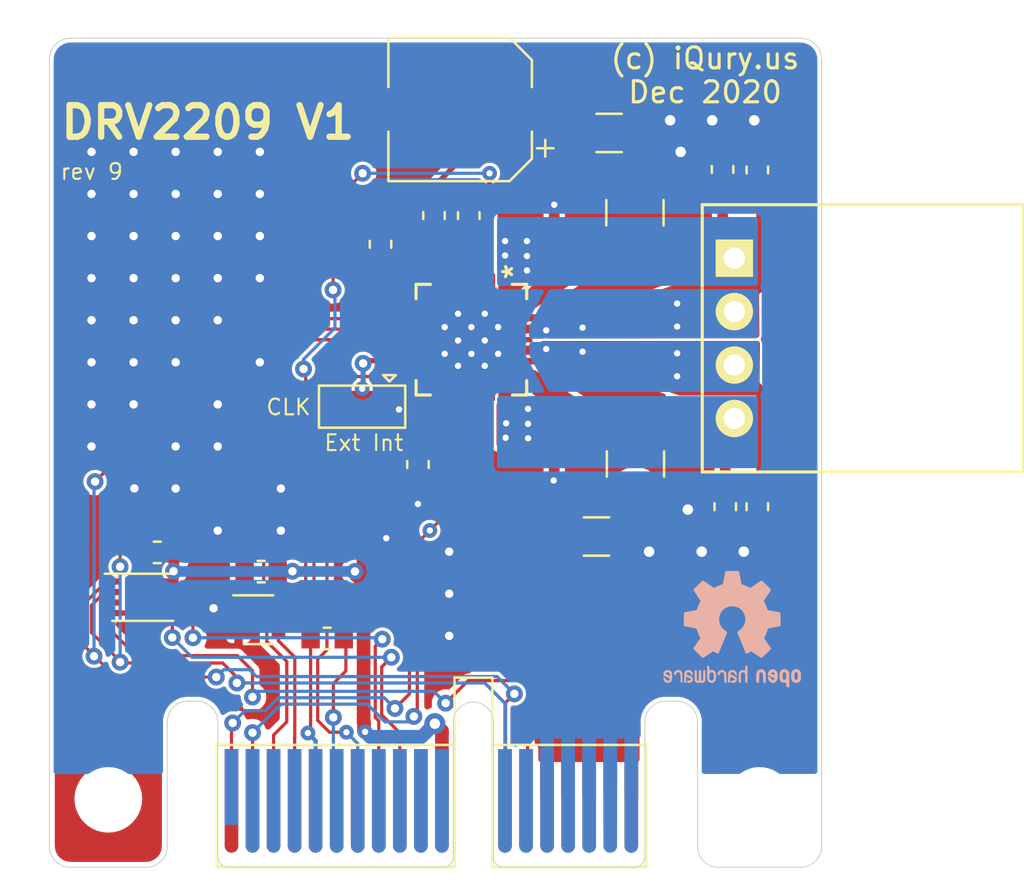
<source format=kicad_pcb>
(kicad_pcb (version 20210108) (generator pcbnew)
  (layers (0 "F.Cu" signal) (31 "B.Cu" signal) (34 "B.Paste" user) (35 "F.Paste" user) (36 "B.SilkS" user "B.Silkscreen") (37 "F.SilkS" user "F.Silkscreen") (38 "B.Mask" user) (39 "F.Mask" user) (44 "Edge.Cuts" user))
  (net 0 "")
  (net 1 "/V_MOTORS")
  (net 2 "GND")
  (net 3 "Net-(C4-Pad2)")
  (net 4 "/MOTA1")
  (net 5 "/MOTA2")
  (net 6 "/MOTB1")
  (net 7 "/MOTB2")
  (net 8 "/~ENABLE")
  (net 9 "/DIR")
  (net 10 "/STEP")
  (net 11 "Net-(R3-Pad2)")
  (net 12 "/ALARM1")
  (net 13 "Net-(C2-Pad2)")
  (net 14 "Net-(C3-Pad1)")
  (net 15 "Net-(C3-Pad2)")
  (net 16 "/ID_1")
  (net 17 "/TX")
  (net 18 "/RX")
  (net 19 "/ID_0")
  (net 20 "Net-(R2-Pad2)")
  (net 21 "VCC")
  (net 22 "/DIAG")
  (net 23 "/ID_2")
  (net 24 "/SDA")
  (net 25 "/SCL")
  (net 26 "/CLOCK")
  (net 27 "Net-(JP1-Pad2)")
  (footprint "PrntrBoardV2:C_0603_1608Metric" (layer "F.Cu") (at 126.514598 94.86 -90)
    (fp_text reference "C1" hide)
    (fp_text value "0.1uF")
  )
  (footprint "PrntrBoardV2:C_0603_1608Metric" (layer "F.Cu") (at 124.736598 84.390898 -90)
    (fp_text reference "C2" hide)
    (fp_text value "2.2uF")
  )
  (footprint "PrntrBoardV2:C_0603_1608Metric" (layer "F.Cu") (at 128.93 83.03 -90)
    (fp_text reference "C3" hide)
    (fp_text value "0.022uF 50V")
  )
  (footprint "PrntrBoardV2:C_0603_1608Metric" (layer "F.Cu") (at 127.276598 83.0255 -90)
    (fp_text reference "C4" hide)
    (fp_text value "0.1uF")
  )
  (footprint "PrntrBoardV2:C_0402_1005Metric" (layer "F.Cu") (at 132.991598 93.583398 -90)
    (fp_text reference "C5" hide)
    (fp_text value "0.1uF 50V")
  )
  (footprint "PrntrBoardV2:C_0402_1005Metric" (layer "F.Cu") (at 132.991598 84.185398 90)
    (fp_text reference "C6" hide)
    (fp_text value "0.1uF 50V")
  )
  (footprint "PrntrBoardV2:C_1206_3216Metric" (layer "F.Cu") (at 135.6 79.1)
    (fp_text reference "C7" hide)
    (fp_text value "10uF 50V")
  )
  (footprint "PrntrBoardV2:C_1206_3216Metric" (layer "F.Cu") (at 135 98.28)
    (fp_text reference "C8" hide)
    (fp_text value "10uF 50V")
  )
  (footprint "MountingHole:MountingHole_2.7mm_M2.5" (layer "F.Cu") (at 111.8 110.744)
    (fp_text reference "H1" hide)
    (fp_text value "MountingHole")
  )
  (footprint "MountingHole:MountingHole_2.7mm_M2.5" (layer "F.Cu") (at 142.75 110.744)
    (fp_text reference "H2" hide)
    (fp_text value "MountingHole")
  )
  (footprint "Connector_PCBEdge:BUS_PCIexpress" (layer "F.Cu") (at 117.6528 110.1852)
    (fp_text reference "J1" hide)
    (fp_text value "PCIe_Stepper")
  )
  (footprint "PrntrBoardV2:Molex-SL-4POS" (layer "F.Cu") (at 141.551398 88.861398 90)
    (fp_text reference "J2" hide)
    (fp_text value "Conn_01x04_Male" hide)
  )
  (footprint "PrntrBoardV2:R_0603_1608Metric" (layer "F.Cu") (at 122.1995 103.124)
    (fp_text reference "R1" hide)
    (fp_text value "470")
  )
  (footprint "PrntrBoardV2:TMC22xx_QFN" (layer "F.Cu") (at 129.054598 88.924898 -90)
    (fp_text reference "U1" hide)
    (fp_text value "TMC2209-LA" hide)
  )
  (footprint "PrntrBoardV2:C_0603_1608Metric" (layer "F.Cu") (at 142.643598 96.862398 90)
    (fp_text reference "C9" hide)
    (fp_text value "1000pF")
  )
  (footprint "PrntrBoardV2:C_0603_1608Metric" (layer "F.Cu") (at 141.119598 96.862398 90)
    (fp_text reference "C10" hide)
    (fp_text value "1000pF")
  )
  (footprint "PrntrBoardV2:C_0603_1608Metric" (layer "F.Cu") (at 142.643598 80.860398 -90)
    (fp_text reference "C11" hide)
    (fp_text value "1000pF")
  )
  (footprint "Resistor_SMD:R_1210_3225Metric" (layer "F.Cu") (at 136.852398 94.833398 90)
    (fp_text reference "R2" hide)
    (fp_text value "0R091")
  )
  (footprint "Resistor_SMD:R_1210_3225Metric" (layer "F.Cu") (at 136.826998 82.892398 -90)
    (fp_text reference "R3" hide)
    (fp_text value "0R091")
  )
  (footprint "PrntrBoardV2:C_0603_1608Metric" (layer "F.Cu") (at 140.992598 80.834898 -90)
    (fp_text reference "C12" hide)
    (fp_text value "1000pF")
  )
  (footprint "Package_TO_SOT_SMD:SOT-353_SC-70-5" (layer "F.Cu") (at 118.9355 102.235)
    (fp_text reference "U2" hide)
    (fp_text value "74LVC1G06")
  )
  (footprint "PrntrBoardV2:C_0603_1608Metric" (layer "F.Cu") (at 119.0625 99.949 180)
    (fp_text reference "C13" hide)
    (fp_text value "0.1uF")
  )
  (footprint "PrntrBoardV2:C_0603_1608Metric" (layer "F.Cu") (at 114.1222 99.0346 180)
    (fp_text reference "C14" hide)
    (fp_text value "0.1uF")
  )
  (footprint "Capacitor_SMD:CP_Elec_6.3x7.7" (layer "F.Cu") (at 128.52 77.98 180)
    (fp_text reference "C15" hide)
    (fp_text value "100uV 35V")
  )
  (footprint "Jumper:SolderJumper-3_P1.3mm_Bridged12_Pad1.0x1.5mm" (layer "F.Cu") (at 123.86 92.11 180)
    (fp_text reference "JP1" hide)
    (fp_text value "ClkIn")
  )
  (footprint "PrntrBoardV2:TDFN-8-1EP_3x2mm_P0.5mm_EP1.56x1.45mm" (layer "F.Cu") (at 113.4364 101.1682)
    (fp_text reference "U3" hide)
    (fp_text value "24LC02")
  )
  (footprint "Symbol:OSHW-Logo2_7.3x6mm_SilkScreen" (layer "B.Cu") (at 141.45 102.68 180)
    (fp_text reference "LOGO1" hide)
    (fp_text value "Logo_Open_Hardware_Large" hide)
  )
  (gr_line (start 130.1 107.1) (end 130.1 113.5) (layer "Edge.Cuts") (width 0.05))
  (gr_line (start 138.3 106.1) (end 138.8 106.1) (layer "Edge.Cuts") (width 0.05))
  (gr_arc (start 127.7 113.5) (end 127.7 113.999999) (angle -90) (layer "Edge.Cuts") (width 0.05))
  (gr_arc (start 110 75.6) (end 110 74.6) (angle -90) (layer "Edge.Cuts") (width 0.05))
  (gr_line (start 130.6 114) (end 136.8 114) (layer "Edge.Cuts") (width 0.05))
  (gr_line (start 128.2 113.5) (end 128.2 107.1) (layer "Edge.Cuts") (width 0.05))
  (gr_line (start 144.7 74.6) (end 110 74.6) (layer "Edge.Cuts") (width 0.05))
  (gr_line (start 140.8 114) (end 144.7 114) (layer "Edge.Cuts") (width 0.05))
  (gr_arc (start 144.7 113) (end 144.7 114) (angle -90) (layer "Edge.Cuts") (width 0.05))
  (gr_line (start 113.6 114) (end 110 114) (layer "Edge.Cuts") (width 0.05))
  (gr_line (start 139.8 113) (end 139.8 107.1) (layer "Edge.Cuts") (width 0.05))
  (gr_line (start 114.6 107.1) (end 114.6 113) (layer "Edge.Cuts") (width 0.05))
  (gr_arc (start 136.8 113.5) (end 136.8 114) (angle -90) (layer "Edge.Cuts") (width 0.05))
  (gr_arc (start 110 113) (end 109 113) (angle -90) (layer "Edge.Cuts") (width 0.05))
  (gr_arc (start 115.6 107.1) (end 114.6 107.1) (angle 90) (layer "Edge.Cuts") (width 0.05))
  (gr_arc (start 113.6 113) (end 113.6 114) (angle -90) (layer "Edge.Cuts") (width 0.05))
  (gr_arc (start 144.7 75.6) (end 145.7 75.6) (angle -90) (layer "Edge.Cuts") (width 0.05))
  (gr_arc (start 140.8 113) (end 139.8 113) (angle -90) (layer "Edge.Cuts") (width 0.05))
  (gr_line (start 137.3 113.5) (end 137.3 107.1) (layer "Edge.Cuts") (width 0.05))
  (gr_line (start 115.6 106.1) (end 116 106.1) (layer "Edge.Cuts") (width 0.05))
  (gr_line (start 109 113) (end 109 75.6) (layer "Edge.Cuts") (width 0.05))
  (gr_arc (start 117.5 113.5) (end 117 113.5) (angle -90) (layer "Edge.Cuts") (width 0.05))
  (gr_arc (start 138.8 107.1) (end 139.8 107.1) (angle -90) (layer "Edge.Cuts") (width 0.05))
  (gr_arc (start 138.3 107.1) (end 138.3 106.1) (angle -90) (layer "Edge.Cuts") (width 0.05))
  (gr_line (start 145.7 113) (end 145.7 75.6) (layer "Edge.Cuts") (width 0.05))
  (gr_arc (start 116 107.1) (end 117 107.1) (angle -90) (layer "Edge.Cuts") (width 0.05))
  (gr_arc (start 130.6 113.5) (end 130.1 113.5) (angle -90) (layer "Edge.Cuts") (width 0.05))
  (gr_line (start 117 107.1) (end 117 113.5) (layer "Edge.Cuts") (width 0.05))
  (gr_line (start 117.5 114) (end 127.7 114) (layer "Edge.Cuts") (width 0.05))
  (gr_arc (start 129.15 107.1) (end 130.099999 107.1) (angle -180) (layer "Edge.Cuts") (width 0.05))
  (gr_text "DRV2209 V1" (at 116.53 78.6) (layer "F.SilkS") (effects (font (size 1.5 1.5) (thickness 0.3))))
  (gr_text "rev 9" (at 111.01 80.94) (layer "F.SilkS") (effects (font (size 0.75 0.75) (thickness 0.1))))
  (gr_text "(c) iQury.us\nDec 2020" (at 140.16 76.36) (layer "F.SilkS") (effects (font (size 1 1))))
  (gr_text "CLK" (at 120.36 92.13) (layer "F.SilkS") (effects (font (size 0.75 0.75) (thickness 0.1))))
  (gr_text "Ext Int" (at 123.94 93.83) (layer "F.SilkS") (effects (font (size 0.75 0.75) (thickness 0.1))))
  (segment (start 131.62 80.39) (end 132.51 80.39) (width 0.25) (layer "F.Cu") (net 1))
  (segment (start 135.6614 107.7266) (end 135.6614 105.8926) (width 0.65) (layer "F.Cu") (net 1))
  (segment (start 132.991598 85.991198) (end 132.991598 84.670398) (width 0.25) (layer "F.Cu") (net 1))
  (segment (start 132.6642 107.7238) (end 132.6642 105.5624) (width 0.65) (layer "F.Cu") (net 1))
  (segment (start 136.6528 107.7352) (end 136.652 107.7344) (width 0.65) (layer "F.Cu") (net 1))
  (segment (start 134 77) (end 134 81) (width 2) (layer "F.Cu") (net 1))
  (segment (start 128.53 80.39) (end 131.62 80.39) (width 0.25) (layer "F.Cu") (net 1))
  (segment (start 131.554598 90.424898) (end 131.554598 90.497798) (width 0.25) (layer "F.Cu") (net 1))
  (segment (start 132.6528 107.7352) (end 132.6642 107.7238) (width 0.65) (layer "F.Cu") (net 1))
  (segment (start 135.6528 110.1852) (end 135.6528 107.7352) (width 0.65) (layer "F.Cu") (net 1))
  (segment (start 134.58 82.46) (end 134.58 84.399496) (width 0.25) (layer "F.Cu") (net 1))
  (segment (start 133.6528 107.7352) (end 133.6548 107.7332) (width 0.65) (layer "F.Cu") (net 1))
  (segment (start 136.652 107.7344) (end 136.652 105.664) (width 0.65) (layer "F.Cu") (net 1))
  (segment (start 127.276598 81.643402) (end 128.53 80.39) (width 0.25) (layer "F.Cu") (net 1))
  (segment (start 131.557898 87.424898) (end 132.991598 85.991198) (width 0.25) (layer "F.Cu") (net 1))
  (segment (start 131.554598 90.497798) (end 132.991598 91.934798) (width 0.25) (layer "F.Cu") (net 1))
  (segment (start 132.51 80.39) (end 134.58 82.46) (width 0.25) (layer "F.Cu") (net 1))
  (segment (start 133.6548 107.7332) (end 133.6548 105.5116) (width 0.65) (layer "F.Cu") (net 1))
  (segment (start 132.6528 110.6852) (end 132.6528 107.7352) (width 0.65) (layer "F.Cu") (net 1))
  (segment (start 133.753598 93.716076) (end 133.13592 93.098398) (width 0.25) (layer "F.Cu") (net 1))
  (segment (start 131.554598 87.424898) (end 134.58 84.399496) (width 0.25) (layer "F.Cu") (net 1))
  (segment (start 134.6528 110.6852) (end 134.6528 106.0122) (width 0.65) (layer "F.Cu") (net 1))
  (segment (start 136.6528 110.6852) (end 136.6528 107.7352) (width 0.65) (layer "F.Cu") (net 1))
  (segment (start 133.753598 93.716076) (end 133.753598 98.126402) (width 0.25) (layer "F.Cu") (net 1))
  (segment (start 133.6528 110.6852) (end 133.6528 107.7352) (width 0.65) (layer "F.Cu") (net 1))
  (segment (start 127.276598 81.977898) (end 127.276598 81.643402) (width 0.25) (layer "F.Cu") (net 1))
  (segment (start 135.6528 107.7352) (end 135.6614 107.7266) (width 0.65) (layer "F.Cu") (net 1))
  (segment (start 132.991598 91.934798) (end 132.991598 93.098398) (width 0.25) (layer "F.Cu") (net 1))
  (segment (start 112.6864 101.9182) (end 113.4364 101.1682) (width 0.254) (layer "F.Cu") (net 2))
  (segment (start 132.991598 94.068398) (end 132.991598 95.592398) (width 0.508) (layer "F.Cu") (net 2))
  (segment (start 137 79.1) (end 137.1 79) (width 2) (layer "F.Cu") (net 2))
  (segment (start 132.991598 83.700398) (end 132.991598 82.511398) (width 0.508) (layer "F.Cu") (net 2))
  (segment (start 138.153996 79.5) (end 142.5 79.5) (width 2) (layer "F.Cu") (net 2))
  (segment (start 136.826998 81.492398) (end 136.826998 80.826998) (width 2) (layer "F.Cu") (net 2))
  (segment (start 125.363598 91.992398) (end 125.613598 92.242398) (width 0.254) (layer "F.Cu") (net 2))
  (segment (start 136.68 98) (end 142 98) (width 2) (layer "F.Cu") (net 2))
  (segment (start 132.991598 95.592398) (end 132.966198 95.617798) (width 0.508) (layer "F.Cu") (net 2))
  (segment (start 131.401698 88.924898) (end 129.727698 88.924898) (width 0.254) (layer "F.Cu") (net 2))
  (segment (start 136.852398 96.233398) (end 136.852398 97.827602) (width 2) (layer "F.Cu") (net 2))
  (segment (start 126.514598 95.617898) (end 126.514598 96.735398) (width 0.508) (layer "F.Cu") (net 2))
  (segment (start 114.7964 100.9182) (end 113.6864 100.9182) (width 0.1524) (layer "F.Cu") (net 2))
  (segment (start 129.054598 91.424898) (end 129.054598 88.924898) (width 0.254) (layer "F.Cu") (net 2))
  (segment (start 112.0764 101.9182) (end 112.6864 101.9182) (width 0.254) (layer "F.Cu") (net 2))
  (segment (start 136.4 98.28) (end 136.852398 97.827602) (width 2) (layer "F.Cu") (net 2))
  (segment (start 129.554597 86.577798) (end 129.554597 88.424899) (width 0.254) (layer "F.Cu") (net 2))
  (segment (start 130.054599 91.271998) (end 130.054599 89.924899) (width 0.254) (layer "F.Cu") (net 2))
  (segment (start 136.826998 80.826998) (end 138.153996 79.5) (width 2) (layer "F.Cu") (net 2))
  (via (at 130.324598 88.327998) (size 0.7) (drill 0.3) (layers "F.Cu" "B.Cu") (net 2))
  (via (at 128.419598 90.169498) (size 0.7) (drill 0.3) (layers "F.Cu" "B.Cu") (net 2))
  (via (at 129.689598 90.169498) (size 0.7) (drill 0.3) (layers "F.Cu" "B.Cu") (net 2))
  (via (at 130.324598 89.597998) (size 0.7) (drill 0.3) (layers "F.Cu" "B.Cu") (net 2))
  (via (at 128.419598 88.962998) (size 0.7) (drill 0.3) (layers "F.Cu" "B.Cu") (net 2))
  (via (at 129.054598 88.327998) (size 0.7) (drill 0.3) (layers "F.Cu" "B.Cu") (net 2))
  (via (at 128.419598 87.692998) (size 0.7) (drill 0.3) (layers "F.Cu" "B.Cu") (net 2))
  (via (at 129.689598 87.692998) (size 0.7) (drill 0.3) (layers "F.Cu" "B.Cu") (net 2))
  (via (at 129.689598 88.962998) (size 0.7) (drill 0.3) (layers "F.Cu" "B.Cu") (net 2))
  (via (at 129.054598 89.597998) (size 0.7) (drill 0.3) (layers "F.Cu" "B.Cu") (net 2))
  (via (at 127.784598 89.597998) (size 0.7) (drill 0.3) (layers "F.Cu" "B.Cu") (net 2))
  (via (at 127.784598 88.327998) (size 0.7) (drill 0.3) (layers "F.Cu" "B.Cu") (net 2))
  (via (at 115 96) (size 0.8) (drill 0.4) (layers "F.Cu" "B.Cu") (net 2))
  (via (at 128 103) (size 0.8) (drill 0.4) (layers "F.Cu" "B.Cu") (net 2))
  (via (at 142 99) (size 1) (drill 0.5) (layers "F.Cu" "B.Cu") (net 2))
  (via (at 140.5 78.5) (size 1) (drill 0.5) (layers "F.Cu" "B.Cu") (net 2))
  (via (at 111 82) (size 0.8) (drill 0.4) (layers "F.Cu" "B.Cu") (net 2))
  (via (at 117 80) (size 0.8) (drill 0.4) (layers "F.Cu" "B.Cu") (net 2))
  (via (at 117 94) (size 0.8) (drill 0.4) (layers "F.Cu" "B.Cu") (net 2))
  (via (at 119 82) (size 0.8) (drill 0.4) (layers "F.Cu" "B.Cu") (net 2))
  (via (at 116.8 101.69) (size 0.8) (drill 0.4) (layers "F.Cu" "B.Cu") (net 2))
  (via (at 111 94) (size 0.8) (drill 0.4) (layers "F.Cu" "B.Cu") (net 2))
  (via (at 115 80) (size 0.8) (drill 0.4) (layers "F.Cu" "B.Cu") (net 2))
  (via (at 125.01 98.36) (size 0.7) (drill 0.3) (layers "F.Cu" "B.Cu") (net 2))
  (via (at 126.514598 96.735398) (size 0.7) (drill 0.3) (layers "F.Cu" "B.Cu") (net 2))
  (via (at 119 80) (size 0.8) (drill 0.4) (layers "F.Cu" "B.Cu") (net 2))
  (via (at 119 90) (size 0.8) (drill 0.4) (layers "F.Cu" "B.Cu") (net 2))
  (via (at 128 99) (size 0.8) (drill 0.4) (layers "F.Cu" "B.Cu") (net 2))
  (via (at 142.5 78.5) (size 1) (drill 0.5) (layers "F.Cu" "B.Cu") (net 2))
  (via (at 117 88) (size 0.8) (drill 0.4) (layers "F.Cu" "B.Cu") (net 2))
  (via (at 115 86) (size 0.8) (drill 0.4) (layers "F.Cu" "B.Cu") (net 2))
  (via (at 139.341598 97) (size 1) (drill 0.5) (layers "F.Cu" "B.Cu") (net 2))
  (via (at 113 80) (size 0.8) (drill 0.4) (layers "F.Cu" "B.Cu") (net 2))
  (via (at 111 86) (size 0.8) (drill 0.4) (layers "F.Cu" "B.Cu") (net 2))
  (via (at 111 90) (size 0.8) (drill 0.4) (layers "F.Cu" "B.Cu") (net 2))
  (via (at 113 86) (size 0.8) (drill 0.4) (layers "F.Cu" "B.Cu") (net 2))
  (via (at 119 86) (size 0.8) (drill 0.4) (layers "F.Cu" "B.Cu") (net 2))
  (via (at 113 82) (size 0.8) (drill 0.4) (layers "F.Cu" "B.Cu") (net 2))
  (via (at 132.991598 82.511398) (size 0.7) (drill 0.3) (layers "F.Cu" "B.Cu") (net 2))
  (via (at 117 98) (size 0.8) (drill 0.4) (layers "F.Cu" "B.Cu") (net 2))
  (via (at 117 84) (size 0.8) (drill 0.4) (layers "F.Cu" "B.Cu") (net 2))
  (via (at 113.03741 95.993156) (size 0.8) (drill 0.4) (layers "F.Cu" "B.Cu") (net 2))
  (via (at 137.5 99) (size 1) (drill 0.5) (layers "F.Cu" "B.Cu") (net 2))
  (via (at 111 80) (size 0.8) (drill 0.4) (layers "F.Cu" "B.Cu") (net 2))
  (via (at 138.5 78.5) (size 1) (drill 0.5) (layers "F.Cu" "B.Cu") (net 2))
  (via (at 120 96) (size 0.8) (drill 0.4) (layers "F.Cu" "B.Cu") (net 2))
  (via (at 117 92) (size 0.8) (drill 0.4) (layers "F.Cu" "B.Cu") (net 2))
  (via (at 115 82) (size 0.8) (drill 0.4) (layers "F.Cu" "B.Cu") (net 2))
  (via (at 119 84) (size 0.8) (drill 0.4) (layers "F.Cu" "B.Cu") (net 2))
  (via (at 115 90) (size 0.8) (drill 0.4) (layers "F.Cu" "B.Cu") (net 2))
  (via (at 140 99) (size 1) (drill 0.5) (layers "F.Cu" "B.Cu") (net 2))
  (via (at 117 86) (size 0.8) (drill 0.4) (layers "F.Cu" "B.Cu") (net 2))
  (via (at 125.613598 92.242398) (size 0.7) (drill 0.3) (layers "F.Cu" "B.Cu") (net 2))
  (via (at 115 84) (size 0.8) (drill 0.4) (layers "F.Cu" "B.Cu") (net 2))
  (via (at 111 92) (size 0.8) (drill 0.4) (layers "F.Cu" "B.Cu") (net 2))
  (via (at 117 82) (size 0.8) (drill 0.4) (layers "F.Cu" "B.Cu") (net 2))
  (via (at 111 84) (size 0.8) (drill 0.4) (layers "F.Cu" "B.Cu") (net 2))
  (via (at 115 94) (size 0.8) (drill 0.4) (layers "F.Cu" "B.Cu") (net 2))
  (via (at 113 88) (size 0.8) (drill 0.4) (layers "F.Cu" "B.Cu") (net 2))
  (via (at 132.966198 95.617798) (size 0.7) (drill 0.3) (layers "F.Cu" "B.Cu") (net 2))
  (via (at 113 92) (size 0.8) (drill 0.4) (layers "F.Cu" "B.Cu") (net 2))
  (via (at 120 98) (size 0.8) (drill 0.4) (layers "F.Cu" "B.Cu") (net 2))
  (via (at 111 88) (size 0.8) (drill 0.4) (layers "F.Cu" "B.Cu") (net 2))
  (via (at 113 90) (size 0.8) (drill 0.4) (layers "F.Cu" "B.Cu") (net 2))
  (via (at 113 84) (size 0.8) (drill 0.4) (layers "F.Cu" "B.Cu") (net 2))
  (via (at 115 88) (size 0.8) (drill 0.4) (layers "F.Cu" "B.Cu") (net 2))
  (via (at 128 101) (size 0.8) (drill 0.4) (layers "F.Cu" "B.Cu") (net 2))
  (via (at 139 80) (size 1) (drill 0.5) (layers "F.Cu" "B.Cu") (net 2))
  (segment (start 132.6528 107.7352) (end 132.6642 107.7238) (width 0.65) (layer "B.Cu") (net 2))
  (segment (start 133.6548 107.7332) (end 133.6548 105.7656) (width 0.65) (layer "B.Cu") (net 2))
  (segment (start 135.6528 110.6852) (end 135.6528 107.7352) (width 0.65) (layer "B.Cu") (net 2))
  (segment (start 133.6528 110.6852) (end 133.6528 107.7352) (width 0.65) (layer "B.Cu") (net 2))
  (segment (start 134.6528 107.7352) (end 134.6454 107.7278) (width 0.65) (layer "B.Cu") (net 2))
  (segment (start 135.6528 107.7352) (end 135.636 107.7184) (width 0.65) (layer "B.Cu") (net 2))
  (segment (start 132.6642 107.7238) (end 132.6642 105.8418) (width 0.65) (layer "B.Cu") (net 2))
  (segment (start 136.6528 110.6852) (end 136.6528 105.741) (width 0.65) (layer "B.Cu") (net 2))
  (segment (start 135.636 107.7184) (end 135.636 105.2068) (width 0.65) (layer "B.Cu") (net 2))
  (segment (start 134.6528 110.6852) (end 134.6528 107.7352) (width 0.65) (layer "B.Cu") (net 2))
  (segment (start 132.6528 110.6852) (end 132.6528 107.7352) (width 0.65) (layer "B.Cu") (net 2))
  (segment (start 133.6528 107.7352) (end 133.6548 107.7332) (width 0.65) (layer "B.Cu") (net 2))
  (segment (start 134.6454 107.7278) (end 134.6454 105.3338) (width 0.65) (layer "B.Cu") (net 2))
  (segment (start 128.054597 86.424898) (end 128.054597 85.896975) (width 0.254) (layer "F.Cu") (net 3))
  (segment (start 127.276598 85.118976) (end 127.276598 84.244398) (width 0.254) (layer "F.Cu") (net 3))
  (segment (start 127.276598 84.244398) (end 127.276598 83.552898) (width 0.254) (layer "F.Cu") (net 3))
  (segment (start 128.054597 85.896975) (end 127.276598 85.118976) (width 0.254) (layer "F.Cu") (net 3))
  (segment (start 142.440397 91.020397) (end 141.551398 90.131398) (width 0.508) (layer "F.Cu") (net 4))
  (segment (start 142.846799 95.909197) (end 142.846799 91.426799) (width 0.508) (layer "F.Cu") (net 4))
  (segment (start 142.846799 91.426799) (end 142.440397 91.020397) (width 0.508) (layer "F.Cu") (net 4))
  (via (at 138.833598 90.664798) (size 0.7) (drill 0.3) (layers "F.Cu" "B.Cu") (net 4))
  (via (at 134.337798 89.496398) (size 0.7) (drill 0.3) (layers "F.Cu" "B.Cu") (net 4))
  (via (at 138.833598 89.572598) (size 0.7) (drill 0.3) (layers "F.Cu" "B.Cu") (net 4))
  (via (at 132.610598 89.369398) (size 0.7) (drill 0.3) (layers "F.Cu" "B.Cu") (net 4))
  (segment (start 141.119598 96.074898) (end 141.119598 93.103198) (width 0.508) (layer "F.Cu") (net 5))
  (via (at 131.746998 93.611198) (size 0.7) (drill 0.3) (layers "F.Cu" "B.Cu") (net 5))
  (via (at 131.746998 92.214198) (size 0.7) (drill 0.3) (layers "F.Cu" "B.Cu") (net 5))
  (via (at 131.746998 92.925398) (size 0.7) (drill 0.3) (layers "F.Cu" "B.Cu") (net 5))
  (via (at 130.680198 93.585798) (size 0.7) (drill 0.3) (layers "F.Cu" "B.Cu") (net 5))
  (via (at 130.705598 92.899998) (size 0.7) (drill 0.3) (layers "F.Cu" "B.Cu") (net 5))
  (segment (start 142.643598 82.593398) (end 142.846799 82.796599) (width 0.508) (layer "F.Cu") (net 6))
  (segment (start 142.846799 86.295997) (end 142.440397 86.702399) (width 0.508) (layer "F.Cu") (net 6))
  (segment (start 142.440397 86.702399) (end 141.551398 87.591398) (width 0.508) (layer "F.Cu") (net 6))
  (segment (start 142.846799 82.796599) (end 142.846799 86.295997) (width 0.508) (layer "F.Cu") (net 6))
  (segment (start 142.643598 81.647898) (end 142.643598 82.593398) (width 0.508) (layer "F.Cu") (net 6))
  (via (at 138.833598 88.302598) (size 0.7) (drill 0.3) (layers "F.Cu" "B.Cu") (net 6))
  (via (at 138.833598 87.210398) (size 0.7) (drill 0.3) (layers "F.Cu" "B.Cu") (net 6))
  (via (at 134.337798 88.353398) (size 0.7) (drill 0.3) (layers "F.Cu" "B.Cu") (net 6))
  (via (at 132.610598 88.480398) (size 0.7) (drill 0.3) (layers "F.Cu" "B.Cu") (net 6))
  (segment (start 140.992598 81.622398) (end 140.992598 84.492598) (width 0.508) (layer "F.Cu") (net 7))
  (via (at 131.696198 84.238598) (size 0.7) (drill 0.3) (layers "F.Cu" "B.Cu") (net 7))
  (via (at 131.696198 84.949798) (size 0.7) (drill 0.3) (layers "F.Cu" "B.Cu") (net 7))
  (via (at 131.696198 85.635598) (size 0.7) (drill 0.3) (layers "F.Cu" "B.Cu") (net 7))
  (via (at 130.654798 84.924398) (size 0.7) (drill 0.3) (layers "F.Cu" "B.Cu") (net 7))
  (via (at 130.654798 84.238598) (size 0.7) (drill 0.3) (layers "F.Cu" "B.Cu") (net 7))
  (segment (start 130.054599 86.577798) (end 130.054599 85.868999) (width 0.254) (layer "F.Cu") (net 8))
  (segment (start 120.28 107.09) (end 120.28 104.22) (width 0.1524) (layer "F.Cu") (net 8))
  (segment (start 119.6528 110.6852) (end 119.6528 107.7172) (width 0.1524) (layer "F.Cu") (net 8))
  (segment (start 119.6528 107.7172) (end 120.28 107.09) (width 0.1524) (layer "F.Cu") (net 8))
  (segment (start 119.714 102.12) (end 120.86 102.12) (width 0.1524) (layer "F.Cu") (net 8))
  (segment (start 119.331889 102.502111) (end 119.714 102.12) (width 0.1524) (layer "F.Cu") (net 8))
  (segment (start 121.18 101.8) (end 121.18 90.42) (width 0.1524) (layer "F.Cu") (net 8))
  (segment (start 120.28 104.22) (end 119.331889 103.271889) (width 0.1524) (layer "F.Cu") (net 8))
  (segment (start 129.918198 85.732598) (end 129.918198 81.01741) (width 0.254) (layer "F.Cu") (net 8))
  (segment (start 120.86 102.12) (end 121.18 101.8) (width 0.1524) (layer "F.Cu") (net 8))
  (segment (start 130.054599 85.868999) (end 129.918198 85.732598) (width 0.254) (layer "F.Cu") (net 8))
  (segment (start 122.48 86.56) (end 122.48 82.42482) (width 0.1524) (layer "F.Cu") (net 8))
  (segment (start 121.18 90.42) (end 121.076765 90.316765) (width 0.1524) (layer "F.Cu") (net 8))
  (segment (start 122.48 82.42482) (end 123.88741 81.01741) (width 0.1524) (layer "F.Cu") (net 8))
  (segment (start 119.331889 103.271889) (end 119.331889 102.502111) (width 0.1524) (layer "F.Cu") (net 8))
  (via (at 122.48 86.56) (size 0.8) (drill 0.4) (layers "F.Cu" "B.Cu") (net 8))
  (via (at 123.88741 81.01741) (size 0.8) (drill 0.4) (layers "F.Cu" "B.Cu") (net 8))
  (via (at 121.076765 90.316765) (size 0.8) (drill 0.4) (layers "F.Cu" "B.Cu") (net 8))
  (via (at 129.918198 81.01741) (size 0.7) (drill 0.3) (layers "F.Cu" "B.Cu") (net 8))
  (segment (start 121.076765 89.858843) (end 122.57 88.365608) (width 0.1524) (layer "B.Cu") (net 8))
  (segment (start 121.076765 89.858843) (end 121.076765 90.316765) (width 0.1524) (layer "B.Cu") (net 8))
  (segment (start 129.918198 81.01741) (end 123.88741 81.01741) (width 0.1524) (layer "B.Cu") (net 8))
  (segment (start 122.48 86.56) (end 122.57 86.65) (width 0.1524) (layer "B.Cu") (net 8))
  (segment (start 122.57 86.65) (end 122.57 88.365608) (width 0.1524) (layer "B.Cu") (net 8))
  (segment (start 129.837386 80.936598) (end 129.918198 81.01741) (width 0.254) (layer "B.Cu") (net 8))
  (segment (start 126.48332 106.773736) (end 126.48332 99.408276) (width 0.1524) (layer "F.Cu") (net 9))
  (segment (start 128.385798 93.053396) (end 129.179597 92.259597) (width 0.1524) (layer "F.Cu") (net 9))
  (segment (start 128.385798 93.053396) (end 129.554597 91.884597) (width 0.1524) (layer "F.Cu") (net 9))
  (segment (start 118.6528 107.2828) (end 118.6528 107.6028) (width 0.1524) (layer "F.Cu") (net 9))
  (segment (start 126.32 106.83) (end 126.48332 106.66668) (width 0.1524) (layer "F.Cu") (net 9))
  (segment (start 126.48332 99.408276) (end 128.385798 97.505798) (width 0.1524) (layer "F.Cu") (net 9))
  (segment (start 128.385798 97.505798) (end 128.385798 93.053396) (width 0.1524) (layer "F.Cu") (net 9))
  (segment (start 118.6528 110.6852) (end 118.6528 107.6028) (width 0.1524) (layer "F.Cu") (net 9))
  (segment (start 126.352282 106.904774) (end 126.48332 106.773736) (width 0.1524) (layer "F.Cu") (net 9))
  (segment (start 129.554597 91.884597) (end 129.554597 91.424898) (width 0.1524) (layer "F.Cu") (net 9))
  (via (at 126.32 106.83) (size 0.8) (drill 0.4) (layers "F.Cu" "B.Cu") (net 9))
  (via (at 118.6528 107.6028) (size 0.8) (drill 0.4) (layers "F.Cu" "B.Cu") (net 9))
  (segment (start 124.106904 106.246904) (end 120.008696 106.246904) (width 0.1524) (layer "B.Cu") (net 9))
  (segment (start 126.32 106.83) (end 126.061399 107.088601) (width 0.1524) (layer "B.Cu") (net 9))
  (segment (start 126.061399 107.088601) (end 124.948601 107.088601) (width 0.1524) (layer "B.Cu") (net 9))
  (segment (start 124.948601 107.088601) (end 124.106904 106.246904) (width 0.1524) (layer "B.Cu") (net 9))
  (segment (start 120.008696 106.246904) (end 118.6528 107.6028) (width 0.1524) (layer "B.Cu") (net 9))
  (segment (start 126.11 105.76) (end 126.11 98.963316) (width 0.1524) (layer "F.Cu") (net 10))
  (segment (start 128.054597 97.018719) (end 127.080203 97.993113) (width 0.1524) (layer "F.Cu") (net 10))
  (segment (start 117.6528 110.6852) (end 117.6528 107.1972) (width 0.1524) (layer "F.Cu") (net 10))
  (segment (start 125.42 106.45) (end 126.11 105.76) (width 0.1524) (layer "F.Cu") (net 10))
  (segment (start 128.054597 91.271998) (end 128.054597 97.018719) (width 0.1524) (layer "F.Cu") (net 10))
  (segment (start 126.11 98.963316) (end 127.080203 97.993113) (width 0.1524) (layer "F.Cu") (net 10))
  (segment (start 117.6528 107.1972) (end 117.71 107.14) (width 0.1524) (layer "F.Cu") (net 10))
  (via (at 125.42 106.45) (size 0.8) (drill 0.4) (layers "F.Cu" "B.Cu") (net 10))
  (via (at 127.080203 97.993113) (size 0.7) (drill 0.3) (layers "F.Cu" "B.Cu") (net 10))
  (via (at 117.71 107.14) (size 0.8) (drill 0.4) (layers "F.Cu" "B.Cu") (net 10))
  (segment (start 118.296258 106.553742) (end 119.27079 106.553742) (width 0.1524) (layer "B.Cu") (net 10))
  (segment (start 119.27079 106.553742) (end 119.882438 105.942094) (width 0.1524) (layer "B.Cu") (net 10))
  (segment (start 117.71 107.14) (end 118.296258 106.553742) (width 0.1524) (layer "B.Cu") (net 10))
  (segment (start 124.912094 105.942094) (end 125.42 106.45) (width 0.1524) (layer "B.Cu") (net 10))
  (segment (start 119.882438 105.942094) (end 124.912094 105.942094) (width 0.1524) (layer "B.Cu") (net 10))
  (segment (start 127.016288 97.929198) (end 127.080203 97.993113) (width 0.254) (layer "B.Cu") (net 10))
  (segment (start 119.8855 103.2374) (end 119.8855 102.885) (width 0.1524) (layer "F.Cu") (net 12))
  (segment (start 120.6528 107.8258) (end 120.661187 107.817413) (width 0.1524) (layer "F.Cu") (net 12))
  (segment (start 120.661187 104.013087) (end 119.8855 103.2374) (width 0.1524) (layer "F.Cu") (net 12))
  (segment (start 120.6528 110.6852) (end 120.6528 107.8258) (width 0.1524) (layer "F.Cu") (net 12))
  (segment (start 120.661187 107.817413) (end 120.661187 104.013087) (width 0.1524) (layer "F.Cu") (net 12))
  (segment (start 126.707498 87.111798) (end 126.707498 87.424898) (width 0.254) (layer "F.Cu") (net 13))
  (segment (start 124.774098 85.178398) (end 126.707498 87.111798) (width 0.254) (layer "F.Cu") (net 13))
  (segment (start 128.554599 86.424898) (end 128.554599 85.770898) (width 0.254) (layer "F.Cu") (net 14))
  (segment (start 128.173197 85.389496) (end 128.173197 82.669299) (width 0.254) (layer "F.Cu") (net 14))
  (segment (start 128.173197 82.669299) (end 128.890098 81.952398) (width 0.254) (layer "F.Cu") (net 14))
  (segment (start 128.554599 85.770898) (end 128.173197 85.389496) (width 0.254) (layer "F.Cu") (net 14))
  (segment (start 129.054598 86.577798) (end 129.054598 83.654398) (width 0.254) (layer "F.Cu") (net 15))
  (segment (start 117.231729 104.291399) (end 118.019485 105.079155) (width 0.1524) (layer "F.Cu") (net 16))
  (segment (start 112.36 99.715798) (end 112.36 95.63) (width 0.1524) (layer "F.Cu") (net 16))
  (segment (start 111.6348 100.9182) (end 110.998 101.555) (width 0.1524) (layer "F.Cu") (net 16))
  (segment (start 112.444799 104.291399) (end 117.231729 104.291399) (width 0.1524) (layer "F.Cu") (net 16))
  (segment (start 119.245101 88.424899) (end 119.724899 88.424899) (width 0.1524) (layer "F.Cu") (net 16))
  (segment (start 110.998 101.555) (end 110.998 102.8446) (width 0.1524) (layer "F.Cu") (net 16))
  (segment (start 112.1018 100.9182) (end 111.6348 100.9182) (width 0.1524) (layer "F.Cu") (net 16))
  (segment (start 126.554598 88.424899) (end 123.053936 88.424899) (width 0.1524) (layer "F.Cu") (net 16))
  (segment (start 112.36 95.63) (end 112.36 95.31) (width 0.1524) (layer "F.Cu") (net 16))
  (segment (start 119.724899 88.424899) (end 123.053936 88.424899) (width 0.1524) (layer "F.Cu") (net 16))
  (segment (start 112.36 95.31) (end 119.245101 88.424899) (width 0.1524) (layer "F.Cu") (net 16))
  (segment (start 118.019485 105.079155) (end 118.019485 105.240789) (width 0.1524) (layer "F.Cu") (net 16))
  (segment (start 110.998 102.8446) (end 112.444799 104.291399) (width 0.1524) (layer "F.Cu") (net 16))
  (via (at 112.36 99.715798) (size 0.8) (drill 0.4) (layers "F.Cu" "B.Cu") (net 16))
  (via (at 112.36 104.25) (size 0.8) (drill 0.4) (layers "F.Cu" "B.Cu") (net 16))
  (via (at 117.91 105.24) (size 0.8) (drill 0.4) (layers "F.Cu" "B.Cu") (net 16))
  (segment (start 112.36 99.95932) (end 112.36 104.25) (width 0.1524) (layer "B.Cu") (net 16))
  (segment (start 129.69 105.24) (end 130.68 106.23) (width 0.1524) (layer "B.Cu") (net 16))
  (segment (start 117.91 105.24) (end 129.69 105.24) (width 0.1524) (layer "B.Cu") (net 16))
  (segment (start 129.734432 105.284432) (end 130.68 106.23) (width 0.1524) (layer "B.Cu") (net 16))
  (segment (start 130.68 106.23) (end 130.68 110.658) (width 0.1524) (layer "B.Cu") (net 16))
  (segment (start 118.019485 105.240789) (end 118.717587 105.240789) (width 0.1524) (layer "B.Cu") (net 16))
  (segment (start 122.494495 105.265505) (end 123.09 104.67) (width 0.1524) (layer "F.Cu") (net 17))
  (segment (start 122.494495 106.875505) (end 122.494495 105.265505) (width 0.1524) (layer "F.Cu") (net 17))
  (segment (start 123.09 104.67) (end 123.09 103.227) (width 0.1524) (layer "F.Cu") (net 17))
  (via (at 122.494495 106.875505) (size 0.8) (drill 0.4) (layers "F.Cu" "B.Cu") (net 17))
  (segment (start 122.494495 110.526895) (end 122.494495 106.875505) (width 0.1524) (layer "B.Cu") (net 17))
  (segment (start 121.57481 102.96119) (end 121.57481 91.319686) (width 0.1524) (layer "F.Cu") (net 18))
  (segment (start 126.554598 90.424898) (end 126.300895 90.678601) (width 0.1524) (layer "F.Cu") (net 18))
  (segment (start 121.57481 91.319686) (end 122.215895 90.678601) (width 0.1524) (layer "F.Cu") (net 18))
  (segment (start 121.412 103.124) (end 121.412 107.4928) (width 0.1524) (layer "F.Cu") (net 18))
  (segment (start 121.412 107.4928) (end 121.285 107.6198) (width 0.1524) (layer "F.Cu") (net 18))
  (segment (start 122.215895 90.678601) (end 126.300895 90.678601) (width 0.1524) (layer "F.Cu") (net 18))
  (via (at 121.285 107.6198) (size 0.7) (drill 0.3) (layers "F.Cu" "B.Cu") (net 18))
  (segment (start 121.285 107.6198) (end 121.6528 107.9876) (width 0.2032) (layer "B.Cu") (net 18))
  (segment (start 121.6528 107.9876) (end 121.6528 110.6852) (width 0.2032) (layer "B.Cu") (net 18))
  (segment (start 130.6528 110.6852) (end 130.6528 106.199378) (width 0.1524) (layer "F.Cu") (net 19))
  (segment (start 118.915103 87.924897) (end 126.554598 87.924897) (width 0.1524) (layer "F.Cu") (net 19))
  (segment (start 110.69319 101.428744) (end 110.69319 103.51352) (width 0.1524) (layer "F.Cu") (net 19))
  (segment (start 112.1018 100.4182) (end 111.703734 100.4182) (width 0.1524) (layer "F.Cu") (net 19))
  (segment (start 110.69319 103.51352) (end 112.13828 104.95861) (width 0.1524) (layer "F.Cu") (net 19))
  (segment (start 111.17 95.67) (end 118.915103 87.924897) (width 0.1524) (layer "F.Cu") (net 19))
  (segment (start 130.6528 106.199378) (end 131.095584 105.756594) (width 0.1524) (layer "F.Cu") (net 19))
  (segment (start 112.13828 104.95861) (end 116.93 104.95861) (width 0.1524) (layer "F.Cu") (net 19))
  (segment (start 111.703734 100.4182) (end 110.69319 101.428744) (width 0.1524) (layer "F.Cu") (net 19))
  (via (at 111.12 103.97) (size 0.8) (drill 0.4) (layers "F.Cu" "B.Cu") (net 19))
  (via (at 116.93 104.95861) (size 0.8) (drill 0.4) (layers "F.Cu" "B.Cu") (net 19))
  (via (at 131.095584 105.756594) (size 0.8) (drill 0.4) (layers "F.Cu" "B.Cu") (net 19))
  (via (at 111.17 95.67) (size 0.8) (drill 0.4) (layers "F.Cu" "B.Cu") (net 19))
  (segment (start 111.12 103.97) (end 111.12 100.51) (width 0.1524) (layer "B.Cu") (net 19))
  (segment (start 111.12 100.51) (end 111.12 95.72) (width 0.1524) (layer "B.Cu") (net 19))
  (segment (start 111.12 95.72) (end 111.17 95.67) (width 0.25) (layer "B.Cu") (net 19))
  (segment (start 130.274179 104.935189) (end 118.843054 104.935189) (width 0.1524) (layer "B.Cu") (net 19))
  (segment (start 111.12 100.51) (end 111.12 98.981688) (width 0.1524) (layer "B.Cu") (net 19))
  (segment (start 117.27899 104.60962) (end 116.93 104.95861) (width 0.1524) (layer "B.Cu") (net 19))
  (segment (start 118.517485 104.60962) (end 117.27899 104.60962) (width 0.1524) (layer "B.Cu") (net 19))
  (segment (start 131.095584 105.756594) (end 130.274179 104.935189) (width 0.1524) (layer "B.Cu") (net 19))
  (segment (start 118.843054 104.935189) (end 118.517485 104.60962) (width 0.1524) (layer "B.Cu") (net 19))
  (segment (start 127.554598 93.040398) (end 126.552098 94.042898) (width 0.254) (layer "F.Cu") (net 21))
  (segment (start 123.932977 100.572977) (end 123.52 100.16) (width 0.508) (layer "F.Cu") (net 21))
  (segment (start 123.952977 107.513598) (end 124.0028 107.563421) (width 0.65) (layer "F.Cu") (net 21))
  (segment (start 114.9118 100.1682) (end 114.9118 99.0367) (width 0.2032) (layer "F.Cu") (net 21))
  (segment (start 119.85 100.85) (end 119.85 101.5495) (width 0.254) (layer "F.Cu") (net 21))
  (segment (start 127.6528 107.6274) (end 127.6604 107.6198) (width 0.65) (layer "F.Cu") (net 21))
  (segment (start 123.52 100.16) (end 123.52 99.94) (width 0.508) (layer "F.Cu") (net 21))
  (segment (start 127.6528 107.5106) (end 127.3175 107.1753) (width 0.65) (layer "F.Cu") (net 21))
  (segment (start 127.6528 107.6274) (end 127.6528 107.5106) (width 0.65) (layer "F.Cu") (net 21))
  (segment (start 119.8855 101.585) (end 119.8855 99.9845) (width 0.508) (layer "F.Cu") (net 21))
  (segment (start 127.6528 110.6852) (end 127.6528 107.6274) (width 0.65) (layer "F.Cu") (net 21))
  (segment (start 126.317758 94.042898) (end 126.514598 94.042898) (width 0.65) (layer "F.Cu") (net 21))
  (segment (start 123.932977 107.107298) (end 123.952977 107.127297) (width 0.65) (layer "F.Cu") (net 21))
  (segment (start 119.75 100.85) (end 119.85 100.85) (width 0.1524) (layer "F.Cu") (net 21))
  (segment (start 123.932977 107.107298) (end 123.932977 100.572977) (width 0.65) (layer "F.Cu") (net 21))
  (segment (start 123.932977 96.427679) (end 126.317758 94.042898) (width 0.65) (layer "F.Cu") (net 21))
  (segment (start 123.952977 107.127297) (end 123.952977 107.513598) (width 0.65) (layer "F.Cu") (net 21))
  (segment (start 114.9097 100.1661) (end 114.9118 100.1682) (width 0.508) (layer "F.Cu") (net 21))
  (segment (start 123.915 101.585) (end 123.932977 101.602977) (width 0.508) (layer "F.Cu") (net 21))
  (segment (start 114.9097 99.0346) (end 114.9097 100.1661) (width 0.508) (layer "F.Cu") (net 21))
  (segment (start 123.932977 100.572977) (end 123.932977 96.427679) (width 0.65) (layer "F.Cu") (net 21))
  (segment (start 114.9118 100.4182) (end 114.9118 100.1682) (width 0.2032) (layer "F.Cu") (net 21))
  (segment (start 127.554598 91.271998) (end 127.554598 93.040398) (width 0.254) (layer "F.Cu") (net 21))
  (segment (start 119.85 99.949) (end 119.85 100.85) (width 0.254) (layer "F.Cu") (net 21))
  (via (at 123.52 99.94) (size 0.8) (drill 0.4) (layers "F.Cu" "B.Cu") (net 21))
  (via (at 114.9 99.93) (size 0.8) (drill 0.4) (layers "F.Cu" "B.Cu") (net 21))
  (via (at 127.3175 107.1753) (size 1) (drill 0.5) (layers "F.Cu" "B.Cu") (net 21))
  (via (at 120.55139 99.930362) (size 0.8) (drill 0.4) (layers "F.Cu" "B.Cu") (net 21))
  (via (at 124.0028 107.563421) (size 0.7) (drill 0.3) (layers "F.Cu" "B.Cu") (net 21))
  (segment (start 120.541752 99.94) (end 120.55139 99.930362) (width 0.508) (layer "B.Cu") (net 21))
  (segment (start 126.696022 107.796778) (end 124.236157 107.796778) (width 0.65) (layer "B.Cu") (net 21))
  (segment (start 124.236157 107.796778) (end 124.0028 107.563421) (width 0.65) (layer "B.Cu") (net 21))
  (segment (start 127.3175 107.1753) (end 126.696022 107.796778) (width 0.65) (layer "B.Cu") (net 21))
  (segment (start 114.91 99.94) (end 120.541752 99.94) (width 0.508) (layer "B.Cu") (net 21))
  (segment (start 123.52 99.94) (end 120.561028 99.94) (width 0.508) (layer "B.Cu") (net 21))
  (segment (start 120.561028 99.94) (end 120.55139 99.930362) (width 0.508) (layer "B.Cu") (net 21))
  (segment (start 114.9 99.93) (end 114.91 99.94) (width 0.508) (layer "B.Cu") (net 21))
  (segment (start 117.9855 102.235) (end 118.272 102.235) (width 0.1524) (layer "F.Cu") (net 22))
  (segment (start 119.183889 91.036791) (end 121.295782 88.924898) (width 0.1524) (layer "F.Cu") (net 22))
  (segment (start 119.183889 101.323111) (end 119.183889 91.036791) (width 0.1524) (layer "F.Cu") (net 22))
  (segment (start 118.272 102.235) (end 119.183889 101.323111) (width 0.1524) (layer "F.Cu") (net 22))
  (segment (start 121.295782 88.924898) (end 124.104898 88.924898) (width 0.1524) (layer "F.Cu") (net 22))
  (segment (start 121.295782 88.924898) (end 126.554598 88.924898) (width 0.1524) (layer "F.Cu") (net 22))
  (segment (start 118.650994 104.660994) (end 118.650994 105.909006) (width 0.1524) (layer "F.Cu") (net 23))
  (segment (start 113.111091 103.940761) (end 117.930761 103.940761) (width 0.1524) (layer "F.Cu") (net 23))
  (segment (start 128.902007 105.127993) (end 131.397313 105.127993) (width 0.1524) (layer "F.Cu") (net 23))
  (segment (start 117.930761 103.940761) (end 118.650994 104.660994) (width 0.1524) (layer "F.Cu") (net 23))
  (segment (start 112.0118 101.4182) (end 111.7118 101.4182) (width 0.1524) (layer "F.Cu") (net 23))
  (segment (start 131.397313 105.127993) (end 131.724185 105.454865) (width 0.1524) (layer "F.Cu") (net 23))
  (segment (start 127.83 106.2) (end 128.902007 105.127993) (width 0.1524) (layer "F.Cu") (net 23))
  (segment (start 111.7118 101.4182) (end 111.472491 101.657508) (width 0.1524) (layer "F.Cu") (net 23))
  (segment (start 131.724185 105.454865) (end 131.724185 110.613815) (width 0.1524) (layer "F.Cu") (net 23))
  (segment (start 111.472491 101.657508) (end 111.472491 102.302161) (width 0.1524) (layer "F.Cu") (net 23))
  (segment (start 111.472491 102.302161) (end 113.111091 103.940761) (width 0.1524) (layer "F.Cu") (net 23))
  (via (at 118.650994 105.909006) (size 0.8) (drill 0.4) (layers "F.Cu" "B.Cu") (net 23))
  (via (at 127.83 106.2) (size 0.8) (drill 0.4) (layers "F.Cu" "B.Cu") (net 23))
  (segment (start 118.650994 105.909006) (end 118.603597 105.86161) (width 0.1524) (layer "B.Cu") (net 23))
  (segment (start 118.922716 105.637284) (end 127.267284 105.637284) (width 0.1524) (layer "B.Cu") (net 23))
  (segment (start 127.267284 105.637284) (end 127.83 106.2) (width 0.1524) (layer "B.Cu") (net 23))
  (segment (start 118.650994 105.909006) (end 118.922716 105.637284) (width 0.1524) (layer "B.Cu") (net 23))
  (segment (start 114.84 103.08) (end 114.84 101.9618) (width 0.1524) (layer "F.Cu") (net 24))
  (segment (start 124.791399 106.751729) (end 124.791399 104.478601) (width 0.1524) (layer "F.Cu") (net 24))
  (segment (start 124.791399 104.478601) (end 125.25 104.02) (width 0.1524) (layer "F.Cu") (net 24))
  (segment (start 125.6528 108.7102) (end 125.6528 107.61313) (width 0.1524) (layer "F.Cu") (net 24))
  (segment (start 125.6528 107.61313) (end 124.791399 106.751729) (width 0.1524) (layer "F.Cu") (net 24))
  (via (at 114.84 103.08) (size 0.8) (drill 0.4) (layers "F.Cu" "B.Cu") (net 24))
  (via (at 125.25 104.02) (size 0.8) (drill 0.4) (layers "F.Cu" "B.Cu") (net 24))
  (segment (start 115.78 104.02) (end 114.84 103.08) (width 0.1524) (layer "B.Cu") (net 24))
  (segment (start 125.25 104.02) (end 115.78 104.02) (width 0.1524) (layer "B.Cu") (net 24))
  (segment (start 124.486588 103.493412) (end 124.82 103.16) (width 0.1524) (layer "F.Cu") (net 25))
  (segment (start 115.82 102.0403) (end 115.82 103.09) (width 0.1524) (layer "F.Cu") (net 25))
  (segment (start 115.1979 101.4182) (end 115.82 102.0403) (width 0.1524) (layer "F.Cu") (net 25))
  (segment (start 124.6528 107.044198) (end 124.486588 106.877985) (width 0.1524) (layer "F.Cu") (net 25))
  (segment (start 124.6528 110.6852) (end 124.6528 107.044198) (width 0.1524) (layer "F.Cu") (net 25))
  (segment (start 115.1979 101.4182) (end 114.7964 101.4182) (width 0.1524) (layer "F.Cu") (net 25))
  (segment (start 124.486588 106.877985) (end 124.486588 103.493412) (width 0.1524) (layer "F.Cu") (net 25))
  (via (at 124.82 103.16) (size 0.8) (drill 0.4) (layers "F.Cu" "B.Cu") (net 25))
  (via (at 115.82 103.09) (size 0.8) (drill 0.4) (layers "F.Cu" "B.Cu") (net 25))
  (segment (start 115.82 103.09) (end 124.75 103.09) (width 0.1524) (layer "B.Cu") (net 25))
  (segment (start 124.75 103.09) (end 124.82 103.16) (width 0.1524) (layer "B.Cu") (net 25))
  (segment (start 121.75 107.02) (end 121.75 104.11) (width 0.1524) (layer "F.Cu") (net 26))
  (segment (start 121.75 104.11) (end 122.189684 103.670316) (width 0.1524) (layer "F.Cu") (net 26))
  (segment (start 122.189684 103.670316) (end 122.189684 92.480316) (width 0.1524) (layer "F.Cu") (net 26))
  (segment (start 122.3117 107.5817) (end 121.75 107.02) (width 0.1524) (layer "F.Cu") (net 26))
  (segment (start 123.1138 107.5817) (end 122.3117 107.5817) (width 0.1524) (layer "F.Cu") (net 26))
  (via (at 123.1138 107.5817) (size 0.7) (drill 0.3) (layers "F.Cu" "B.Cu") (net 26))
  (segment (start 123.6528 108.1207) (end 123.6528 110.6852) (width 0.1524) (layer "B.Cu") (net 26))
  (segment (start 123.1138 107.5817) (end 123.6528 108.1207) (width 0.1524) (layer "B.Cu") (net 26))
  (segment (start 126.554598 89.924899) (end 124.035101 89.924899) (width 0.25) (layer "F.Cu") (net 27))
  (segment (start 123.863598 91.992398) (end 123.863598 91.257211) (width 0.25) (layer "F.Cu") (net 27))
  (segment (start 124.035101 89.924899) (end 123.91 90.05) (width 0.25) (layer "F.Cu") (net 27))
  (via (at 123.863598 91.257211) (size 0.7) (drill 0.3) (layers "F.Cu" "B.Cu") (net 27))
  (via (at 123.91 90.05) (size 0.8) (drill 0.4) (layers "F.Cu" "B.Cu") (net 27))
  (segment (start 123.91 90.05) (end 123.91 91.210809) (width 0.25) (layer "B.Cu") (net 27))
  (segment (start 123.91 91.210809) (end 123.863598 91.257211) (width 0.25) (layer "B.Cu") (net 27))
  (zone (net 11) (net_name "Net-(R3-Pad2)") (layer "F.Cu") (priority 3) (connect_pads yes (clearance 0.1524)) (min_thickness 0.254) (fill yes (thermal_gap 0.508) (thermal_bridge_width 0.508))
    (polygon (pts (xy 130.832598 87.718398) (xy 132.102598 87.718398) (xy 135.379198 85.533998) (xy 135.404598 84.060798) (xy 138.300198 84.060798) (xy 138.274798 86.346798) (xy 133.626598 88.073998) (xy 130.832598 88.073998)))
  )
  (zone (net 4) (net_name "/MOTA1") (layer "F.Cu") (priority 4) (connect_pads yes (clearance 0.1524)) (min_thickness 0.254) (fill yes (thermal_gap 0.508) (thermal_bridge_width 0.508))
    (polygon (pts (xy 130.908798 89.597998) (xy 133.626598 89.750398) (xy 138.935198 91.579198) (xy 142.745198 91.579198) (xy 142.770598 88.988398) (xy 132.407398 88.988398) (xy 132.077198 89.191598) (xy 130.908798 89.191598)))
  )
  (zone (net 20) (net_name "Net-(R2-Pad2)") (layer "F.Cu") (priority 3) (connect_pads yes (clearance 0.1524)) (min_thickness 0.254) (fill yes (thermal_gap 0.508) (thermal_bridge_width 0.508))
    (polygon (pts (xy 130.857998 90.105998) (xy 132.127998 90.105998) (xy 135.404598 92.290398) (xy 135.429998 93.763598) (xy 138.325598 93.763598) (xy 138.300198 91.477598) (xy 133.651998 89.750398) (xy 130.857998 89.750398)))
  )
  (zone (net 5) (net_name "/MOTA2") (layer "F.Cu") (priority 3) (connect_pads yes (clearance 0.1524)) (min_thickness 0.254) (fill yes (thermal_gap 0.508) (thermal_bridge_width 0.508))
    (polygon (pts (xy 130.756398 90.639398) (xy 130.248398 90.639398) (xy 130.248398 94.017598) (xy 132.178798 94.017598) (xy 132.178798 92.061798)))
  )
  (zone (net 1) (net_name "/V_MOTORS") (layer "F.Cu") (priority 2) (connect_pads yes (clearance 0.254)) (min_thickness 0.254) (fill yes (thermal_gap 0.254) (thermal_bridge_width 0.254))
    (polygon (pts (xy 129.562581 74) (xy 147 74) (xy 146.65 109) (xy 132.06 109) (xy 132.07 104.5) (xy 129.537178 104.5) (xy 129.537198 96.684598)))
  )
  (zone (net 7) (net_name "/MOTB2") (layer "F.Cu") (priority 3) (connect_pads yes (clearance 0.1524)) (min_thickness 0.254) (fill yes (thermal_gap 0.508) (thermal_bridge_width 0.508))
    (polygon (pts (xy 130.781798 87.159598) (xy 130.273798 87.159598) (xy 130.273798 83.806798) (xy 132.204198 83.806798) (xy 132.204198 85.737198)))
  )
  (zone (net 6) (net_name "/MOTB1") (layer "F.Cu") (priority 4) (connect_pads yes (clearance 0.1524)) (min_thickness 0.254) (fill yes (thermal_gap 0.508) (thermal_bridge_width 0.508))
    (polygon (pts (xy 130.883398 88.226398) (xy 133.626598 88.099398) (xy 138.909798 86.245198) (xy 142.719798 86.245198) (xy 142.745198 88.835998) (xy 132.381998 88.835998) (xy 132.051798 88.632798) (xy 130.883398 88.632798)))
  )
  (zone (net 2) (net_name "GND") (layer "F.Cu") (priority 1) (connect_pads (clearance 0.1524)) (min_thickness 0.254) (fill yes (thermal_gap 0.508) (thermal_bridge_width 0.508))
    (polygon (pts (xy 148.739598 73.62) (xy 148.739598 108.800398) (xy 135.023598 108.800398) (xy 135.023598 73.62)))
  )
  (zone (net 2) (net_name "GND") (layer "F.Cu") (connect_pads (clearance 0.254)) (min_thickness 0.254) (fill yes (thermal_gap 0.254) (thermal_bridge_width 0.508))
    (polygon (pts (xy 129.054598 115) (xy 108 115) (xy 108 73) (xy 129 73)))
  )
  (zone (net 7) (net_name "/MOTB2") (layer "B.Cu") (priority 1) (connect_pads yes (clearance 0.1524)) (min_thickness 0.254) (fill yes (thermal_gap 0.508) (thermal_bridge_width 0.508))
    (polygon (pts (xy 142.668998 86.372198) (xy 130.273798 86.372198) (xy 130.273798 83.095598) (xy 142.668998 83.095598)))
  )
  (zone (net 5) (net_name "/MOTA2") (layer "B.Cu") (priority 1) (connect_pads yes (clearance 0.1524)) (min_thickness 0.254) (fill yes (thermal_gap 0.508) (thermal_bridge_width 0.508))
    (polygon (pts (xy 142.668998 95.033598) (xy 130.273798 95.033598) (xy 130.273798 91.604598) (xy 142.668998 91.604598)))
  )
  (zone (net 6) (net_name "/MOTB1") (layer "B.Cu") (priority 3) (connect_pads yes (clearance 0.1524)) (min_thickness 0.254) (fill yes (thermal_gap 0.508) (thermal_bridge_width 0.508))
    (polygon (pts (xy 131.797798 88.283071) (xy 132.75 86.52) (xy 142.7 86.52) (xy 142.694398 88.861398) (xy 131.797798 88.880925)))
  )
  (zone (net 4) (net_name "/MOTA1") (layer "B.Cu") (priority 3) (connect_pads yes (clearance 0.1524)) (min_thickness 0.254) (fill yes (thermal_gap 0.508) (thermal_bridge_width 0.508))
    (polygon (pts (xy 131.797798 89.654532) (xy 132.737598 91.401398) (xy 138.909798 91.414098) (xy 142.719798 91.414098) (xy 142.719798 89.013798) (xy 131.797798 89.033464)))
  )
  (zone (net 2) (net_name "GND") (layer "B.Cu") (connect_pads (clearance 0.1524)) (min_thickness 0.254) (fill yes (thermal_gap 0.508) (thermal_bridge_width 0.508))
    (polygon (pts (xy 146.515573 73.625607) (xy 146.517098 109.562398) (xy 107.675706 109.575597) (xy 108.006083 73.612408)))
  )
)
</source>
